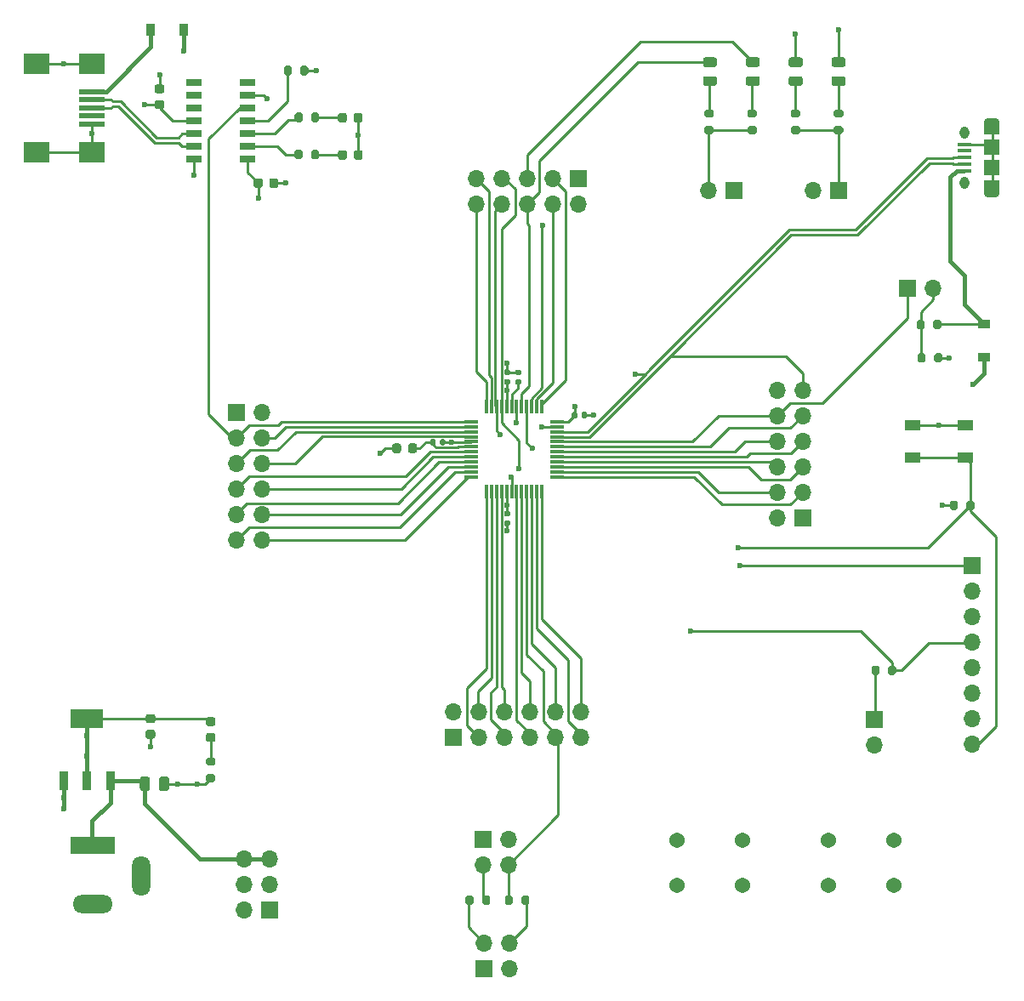
<source format=gtl>
G04 #@! TF.GenerationSoftware,KiCad,Pcbnew,(5.1.10)-1*
G04 #@! TF.CreationDate,2022-01-02T12:56:15-07:00*
G04 #@! TF.ProjectId,SAMD21,53414d44-3231-42e6-9b69-6361645f7063,rev?*
G04 #@! TF.SameCoordinates,Original*
G04 #@! TF.FileFunction,Copper,L1,Top*
G04 #@! TF.FilePolarity,Positive*
%FSLAX46Y46*%
G04 Gerber Fmt 4.6, Leading zero omitted, Abs format (unit mm)*
G04 Created by KiCad (PCBNEW (5.1.10)-1) date 2022-01-02 12:56:15*
%MOMM*%
%LPD*%
G01*
G04 APERTURE LIST*
G04 #@! TA.AperFunction,ComponentPad*
%ADD10O,1.550000X0.890000*%
G04 #@! TD*
G04 #@! TA.AperFunction,SMDPad,CuDef*
%ADD11R,1.550000X1.200000*%
G04 #@! TD*
G04 #@! TA.AperFunction,SMDPad,CuDef*
%ADD12R,1.550000X1.500000*%
G04 #@! TD*
G04 #@! TA.AperFunction,ComponentPad*
%ADD13O,0.950000X1.250000*%
G04 #@! TD*
G04 #@! TA.AperFunction,SMDPad,CuDef*
%ADD14R,1.350000X0.400000*%
G04 #@! TD*
G04 #@! TA.AperFunction,ComponentPad*
%ADD15R,4.400000X1.800000*%
G04 #@! TD*
G04 #@! TA.AperFunction,ComponentPad*
%ADD16O,4.000000X1.800000*%
G04 #@! TD*
G04 #@! TA.AperFunction,ComponentPad*
%ADD17O,1.800000X4.000000*%
G04 #@! TD*
G04 #@! TA.AperFunction,ComponentPad*
%ADD18O,1.700000X1.700000*%
G04 #@! TD*
G04 #@! TA.AperFunction,ComponentPad*
%ADD19R,1.700000X1.700000*%
G04 #@! TD*
G04 #@! TA.AperFunction,ComponentPad*
%ADD20C,1.540000*%
G04 #@! TD*
G04 #@! TA.AperFunction,SMDPad,CuDef*
%ADD21R,1.550000X1.000000*%
G04 #@! TD*
G04 #@! TA.AperFunction,SMDPad,CuDef*
%ADD22R,2.500000X0.500000*%
G04 #@! TD*
G04 #@! TA.AperFunction,SMDPad,CuDef*
%ADD23R,2.500000X2.000000*%
G04 #@! TD*
G04 #@! TA.AperFunction,SMDPad,CuDef*
%ADD24R,1.500000X0.650000*%
G04 #@! TD*
G04 #@! TA.AperFunction,SMDPad,CuDef*
%ADD25R,3.200000X1.850000*%
G04 #@! TD*
G04 #@! TA.AperFunction,SMDPad,CuDef*
%ADD26R,0.900000X1.850000*%
G04 #@! TD*
G04 #@! TA.AperFunction,SMDPad,CuDef*
%ADD27R,0.300000X1.475000*%
G04 #@! TD*
G04 #@! TA.AperFunction,SMDPad,CuDef*
%ADD28R,1.475000X0.300000*%
G04 #@! TD*
G04 #@! TA.AperFunction,SMDPad,CuDef*
%ADD29R,0.900000X1.200000*%
G04 #@! TD*
G04 #@! TA.AperFunction,SMDPad,CuDef*
%ADD30R,1.200000X0.900000*%
G04 #@! TD*
G04 #@! TA.AperFunction,ViaPad*
%ADD31C,0.600000*%
G04 #@! TD*
G04 #@! TA.AperFunction,Conductor*
%ADD32C,0.400000*%
G04 #@! TD*
G04 #@! TA.AperFunction,Conductor*
%ADD33C,0.250000*%
G04 #@! TD*
G04 APERTURE END LIST*
D10*
X162550000Y-52450000D03*
X162550000Y-59450000D03*
D11*
X162550000Y-53050000D03*
X162550000Y-58850000D03*
D12*
X162550000Y-54950000D03*
X162550000Y-56950000D03*
D13*
X159850000Y-53450000D03*
X159850000Y-58450000D03*
D14*
X159850000Y-54650000D03*
X159850000Y-55300000D03*
X159850000Y-55950000D03*
X159850000Y-56600000D03*
X159850000Y-57250000D03*
D15*
X73050000Y-124450000D03*
D16*
X73050000Y-130250000D03*
D17*
X77850000Y-127450000D03*
G04 #@! TA.AperFunction,SMDPad,CuDef*
G36*
G01*
X147756250Y-46950000D02*
X146843750Y-46950000D01*
G75*
G02*
X146600000Y-46706250I0J243750D01*
G01*
X146600000Y-46218750D01*
G75*
G02*
X146843750Y-45975000I243750J0D01*
G01*
X147756250Y-45975000D01*
G75*
G02*
X148000000Y-46218750I0J-243750D01*
G01*
X148000000Y-46706250D01*
G75*
G02*
X147756250Y-46950000I-243750J0D01*
G01*
G37*
G04 #@! TD.AperFunction*
G04 #@! TA.AperFunction,SMDPad,CuDef*
G36*
G01*
X147756250Y-48825000D02*
X146843750Y-48825000D01*
G75*
G02*
X146600000Y-48581250I0J243750D01*
G01*
X146600000Y-48093750D01*
G75*
G02*
X146843750Y-47850000I243750J0D01*
G01*
X147756250Y-47850000D01*
G75*
G02*
X148000000Y-48093750I0J-243750D01*
G01*
X148000000Y-48581250D01*
G75*
G02*
X147756250Y-48825000I-243750J0D01*
G01*
G37*
G04 #@! TD.AperFunction*
G04 #@! TA.AperFunction,SMDPad,CuDef*
G36*
G01*
X143489582Y-46950000D02*
X142577082Y-46950000D01*
G75*
G02*
X142333332Y-46706250I0J243750D01*
G01*
X142333332Y-46218750D01*
G75*
G02*
X142577082Y-45975000I243750J0D01*
G01*
X143489582Y-45975000D01*
G75*
G02*
X143733332Y-46218750I0J-243750D01*
G01*
X143733332Y-46706250D01*
G75*
G02*
X143489582Y-46950000I-243750J0D01*
G01*
G37*
G04 #@! TD.AperFunction*
G04 #@! TA.AperFunction,SMDPad,CuDef*
G36*
G01*
X143489582Y-48825000D02*
X142577082Y-48825000D01*
G75*
G02*
X142333332Y-48581250I0J243750D01*
G01*
X142333332Y-48093750D01*
G75*
G02*
X142577082Y-47850000I243750J0D01*
G01*
X143489582Y-47850000D01*
G75*
G02*
X143733332Y-48093750I0J-243750D01*
G01*
X143733332Y-48581250D01*
G75*
G02*
X143489582Y-48825000I-243750J0D01*
G01*
G37*
G04 #@! TD.AperFunction*
G04 #@! TA.AperFunction,SMDPad,CuDef*
G36*
G01*
X139222916Y-46950000D02*
X138310416Y-46950000D01*
G75*
G02*
X138066666Y-46706250I0J243750D01*
G01*
X138066666Y-46218750D01*
G75*
G02*
X138310416Y-45975000I243750J0D01*
G01*
X139222916Y-45975000D01*
G75*
G02*
X139466666Y-46218750I0J-243750D01*
G01*
X139466666Y-46706250D01*
G75*
G02*
X139222916Y-46950000I-243750J0D01*
G01*
G37*
G04 #@! TD.AperFunction*
G04 #@! TA.AperFunction,SMDPad,CuDef*
G36*
G01*
X139222916Y-48825000D02*
X138310416Y-48825000D01*
G75*
G02*
X138066666Y-48581250I0J243750D01*
G01*
X138066666Y-48093750D01*
G75*
G02*
X138310416Y-47850000I243750J0D01*
G01*
X139222916Y-47850000D01*
G75*
G02*
X139466666Y-48093750I0J-243750D01*
G01*
X139466666Y-48581250D01*
G75*
G02*
X139222916Y-48825000I-243750J0D01*
G01*
G37*
G04 #@! TD.AperFunction*
G04 #@! TA.AperFunction,SMDPad,CuDef*
G36*
G01*
X134956250Y-46950000D02*
X134043750Y-46950000D01*
G75*
G02*
X133800000Y-46706250I0J243750D01*
G01*
X133800000Y-46218750D01*
G75*
G02*
X134043750Y-45975000I243750J0D01*
G01*
X134956250Y-45975000D01*
G75*
G02*
X135200000Y-46218750I0J-243750D01*
G01*
X135200000Y-46706250D01*
G75*
G02*
X134956250Y-46950000I-243750J0D01*
G01*
G37*
G04 #@! TD.AperFunction*
G04 #@! TA.AperFunction,SMDPad,CuDef*
G36*
G01*
X134956250Y-48825000D02*
X134043750Y-48825000D01*
G75*
G02*
X133800000Y-48581250I0J243750D01*
G01*
X133800000Y-48093750D01*
G75*
G02*
X134043750Y-47850000I243750J0D01*
G01*
X134956250Y-47850000D01*
G75*
G02*
X135200000Y-48093750I0J-243750D01*
G01*
X135200000Y-48581250D01*
G75*
G02*
X134956250Y-48825000I-243750J0D01*
G01*
G37*
G04 #@! TD.AperFunction*
D18*
X88160000Y-125820000D03*
X90700000Y-125820000D03*
X88160000Y-128360000D03*
X90700000Y-128360000D03*
X88160000Y-130900000D03*
D19*
X90700000Y-130900000D03*
D18*
X141200000Y-79120000D03*
X143740000Y-79120000D03*
X141200000Y-81660000D03*
X143740000Y-81660000D03*
X141200000Y-84200000D03*
X143740000Y-84200000D03*
X141200000Y-86740000D03*
X143740000Y-86740000D03*
X141200000Y-89280000D03*
X143740000Y-89280000D03*
X141200000Y-91820000D03*
D19*
X143740000Y-91820000D03*
D20*
X137700000Y-128400000D03*
X131200000Y-128400000D03*
X137700000Y-123900000D03*
X131200000Y-123900000D03*
X152800000Y-128400000D03*
X146300000Y-128400000D03*
X152800000Y-123900000D03*
X146300000Y-123900000D03*
D21*
X154675000Y-82600000D03*
X159925000Y-82600000D03*
X154675000Y-85800000D03*
X159925000Y-85800000D03*
G04 #@! TA.AperFunction,SMDPad,CuDef*
G36*
G01*
X152225000Y-107275000D02*
X152225000Y-106725000D01*
G75*
G02*
X152425000Y-106525000I200000J0D01*
G01*
X152825000Y-106525000D01*
G75*
G02*
X153025000Y-106725000I0J-200000D01*
G01*
X153025000Y-107275000D01*
G75*
G02*
X152825000Y-107475000I-200000J0D01*
G01*
X152425000Y-107475000D01*
G75*
G02*
X152225000Y-107275000I0J200000D01*
G01*
G37*
G04 #@! TD.AperFunction*
G04 #@! TA.AperFunction,SMDPad,CuDef*
G36*
G01*
X150575000Y-107275000D02*
X150575000Y-106725000D01*
G75*
G02*
X150775000Y-106525000I200000J0D01*
G01*
X151175000Y-106525000D01*
G75*
G02*
X151375000Y-106725000I0J-200000D01*
G01*
X151375000Y-107275000D01*
G75*
G02*
X151175000Y-107475000I-200000J0D01*
G01*
X150775000Y-107475000D01*
G75*
G02*
X150575000Y-107275000I0J200000D01*
G01*
G37*
G04 #@! TD.AperFunction*
G04 #@! TA.AperFunction,SMDPad,CuDef*
G36*
G01*
X110975000Y-129625000D02*
X110975000Y-130175000D01*
G75*
G02*
X110775000Y-130375000I-200000J0D01*
G01*
X110375000Y-130375000D01*
G75*
G02*
X110175000Y-130175000I0J200000D01*
G01*
X110175000Y-129625000D01*
G75*
G02*
X110375000Y-129425000I200000J0D01*
G01*
X110775000Y-129425000D01*
G75*
G02*
X110975000Y-129625000I0J-200000D01*
G01*
G37*
G04 #@! TD.AperFunction*
G04 #@! TA.AperFunction,SMDPad,CuDef*
G36*
G01*
X112625000Y-129625000D02*
X112625000Y-130175000D01*
G75*
G02*
X112425000Y-130375000I-200000J0D01*
G01*
X112025000Y-130375000D01*
G75*
G02*
X111825000Y-130175000I0J200000D01*
G01*
X111825000Y-129625000D01*
G75*
G02*
X112025000Y-129425000I200000J0D01*
G01*
X112425000Y-129425000D01*
G75*
G02*
X112625000Y-129625000I0J-200000D01*
G01*
G37*
G04 #@! TD.AperFunction*
G04 #@! TA.AperFunction,SMDPad,CuDef*
G36*
G01*
X94800000Y-52235000D02*
X94800000Y-51685000D01*
G75*
G02*
X95000000Y-51485000I200000J0D01*
G01*
X95400000Y-51485000D01*
G75*
G02*
X95600000Y-51685000I0J-200000D01*
G01*
X95600000Y-52235000D01*
G75*
G02*
X95400000Y-52435000I-200000J0D01*
G01*
X95000000Y-52435000D01*
G75*
G02*
X94800000Y-52235000I0J200000D01*
G01*
G37*
G04 #@! TD.AperFunction*
G04 #@! TA.AperFunction,SMDPad,CuDef*
G36*
G01*
X93150000Y-52235000D02*
X93150000Y-51685000D01*
G75*
G02*
X93350000Y-51485000I200000J0D01*
G01*
X93750000Y-51485000D01*
G75*
G02*
X93950000Y-51685000I0J-200000D01*
G01*
X93950000Y-52235000D01*
G75*
G02*
X93750000Y-52435000I-200000J0D01*
G01*
X93350000Y-52435000D01*
G75*
G02*
X93150000Y-52235000I0J200000D01*
G01*
G37*
G04 #@! TD.AperFunction*
G04 #@! TA.AperFunction,SMDPad,CuDef*
G36*
G01*
X94800000Y-55935000D02*
X94800000Y-55385000D01*
G75*
G02*
X95000000Y-55185000I200000J0D01*
G01*
X95400000Y-55185000D01*
G75*
G02*
X95600000Y-55385000I0J-200000D01*
G01*
X95600000Y-55935000D01*
G75*
G02*
X95400000Y-56135000I-200000J0D01*
G01*
X95000000Y-56135000D01*
G75*
G02*
X94800000Y-55935000I0J200000D01*
G01*
G37*
G04 #@! TD.AperFunction*
G04 #@! TA.AperFunction,SMDPad,CuDef*
G36*
G01*
X93150000Y-55935000D02*
X93150000Y-55385000D01*
G75*
G02*
X93350000Y-55185000I200000J0D01*
G01*
X93750000Y-55185000D01*
G75*
G02*
X93950000Y-55385000I0J-200000D01*
G01*
X93950000Y-55935000D01*
G75*
G02*
X93750000Y-56135000I-200000J0D01*
G01*
X93350000Y-56135000D01*
G75*
G02*
X93150000Y-55935000I0J200000D01*
G01*
G37*
G04 #@! TD.AperFunction*
G04 #@! TA.AperFunction,SMDPad,CuDef*
G36*
G01*
X115725000Y-130175000D02*
X115725000Y-129625000D01*
G75*
G02*
X115925000Y-129425000I200000J0D01*
G01*
X116325000Y-129425000D01*
G75*
G02*
X116525000Y-129625000I0J-200000D01*
G01*
X116525000Y-130175000D01*
G75*
G02*
X116325000Y-130375000I-200000J0D01*
G01*
X115925000Y-130375000D01*
G75*
G02*
X115725000Y-130175000I0J200000D01*
G01*
G37*
G04 #@! TD.AperFunction*
G04 #@! TA.AperFunction,SMDPad,CuDef*
G36*
G01*
X114075000Y-130175000D02*
X114075000Y-129625000D01*
G75*
G02*
X114275000Y-129425000I200000J0D01*
G01*
X114675000Y-129425000D01*
G75*
G02*
X114875000Y-129625000I0J-200000D01*
G01*
X114875000Y-130175000D01*
G75*
G02*
X114675000Y-130375000I-200000J0D01*
G01*
X114275000Y-130375000D01*
G75*
G02*
X114075000Y-130175000I0J200000D01*
G01*
G37*
G04 #@! TD.AperFunction*
G04 #@! TA.AperFunction,SMDPad,CuDef*
G36*
G01*
X92875000Y-47025000D02*
X92875000Y-47575000D01*
G75*
G02*
X92675000Y-47775000I-200000J0D01*
G01*
X92275000Y-47775000D01*
G75*
G02*
X92075000Y-47575000I0J200000D01*
G01*
X92075000Y-47025000D01*
G75*
G02*
X92275000Y-46825000I200000J0D01*
G01*
X92675000Y-46825000D01*
G75*
G02*
X92875000Y-47025000I0J-200000D01*
G01*
G37*
G04 #@! TD.AperFunction*
G04 #@! TA.AperFunction,SMDPad,CuDef*
G36*
G01*
X94525000Y-47025000D02*
X94525000Y-47575000D01*
G75*
G02*
X94325000Y-47775000I-200000J0D01*
G01*
X93925000Y-47775000D01*
G75*
G02*
X93725000Y-47575000I0J200000D01*
G01*
X93725000Y-47025000D01*
G75*
G02*
X93925000Y-46825000I200000J0D01*
G01*
X94325000Y-46825000D01*
G75*
G02*
X94525000Y-47025000I0J-200000D01*
G01*
G37*
G04 #@! TD.AperFunction*
G04 #@! TA.AperFunction,SMDPad,CuDef*
G36*
G01*
X147025000Y-52825000D02*
X147575000Y-52825000D01*
G75*
G02*
X147775000Y-53025000I0J-200000D01*
G01*
X147775000Y-53425000D01*
G75*
G02*
X147575000Y-53625000I-200000J0D01*
G01*
X147025000Y-53625000D01*
G75*
G02*
X146825000Y-53425000I0J200000D01*
G01*
X146825000Y-53025000D01*
G75*
G02*
X147025000Y-52825000I200000J0D01*
G01*
G37*
G04 #@! TD.AperFunction*
G04 #@! TA.AperFunction,SMDPad,CuDef*
G36*
G01*
X147025000Y-51175000D02*
X147575000Y-51175000D01*
G75*
G02*
X147775000Y-51375000I0J-200000D01*
G01*
X147775000Y-51775000D01*
G75*
G02*
X147575000Y-51975000I-200000J0D01*
G01*
X147025000Y-51975000D01*
G75*
G02*
X146825000Y-51775000I0J200000D01*
G01*
X146825000Y-51375000D01*
G75*
G02*
X147025000Y-51175000I200000J0D01*
G01*
G37*
G04 #@! TD.AperFunction*
G04 #@! TA.AperFunction,SMDPad,CuDef*
G36*
G01*
X142725000Y-52825000D02*
X143275000Y-52825000D01*
G75*
G02*
X143475000Y-53025000I0J-200000D01*
G01*
X143475000Y-53425000D01*
G75*
G02*
X143275000Y-53625000I-200000J0D01*
G01*
X142725000Y-53625000D01*
G75*
G02*
X142525000Y-53425000I0J200000D01*
G01*
X142525000Y-53025000D01*
G75*
G02*
X142725000Y-52825000I200000J0D01*
G01*
G37*
G04 #@! TD.AperFunction*
G04 #@! TA.AperFunction,SMDPad,CuDef*
G36*
G01*
X142725000Y-51175000D02*
X143275000Y-51175000D01*
G75*
G02*
X143475000Y-51375000I0J-200000D01*
G01*
X143475000Y-51775000D01*
G75*
G02*
X143275000Y-51975000I-200000J0D01*
G01*
X142725000Y-51975000D01*
G75*
G02*
X142525000Y-51775000I0J200000D01*
G01*
X142525000Y-51375000D01*
G75*
G02*
X142725000Y-51175000I200000J0D01*
G01*
G37*
G04 #@! TD.AperFunction*
G04 #@! TA.AperFunction,SMDPad,CuDef*
G36*
G01*
X138425000Y-52825000D02*
X138975000Y-52825000D01*
G75*
G02*
X139175000Y-53025000I0J-200000D01*
G01*
X139175000Y-53425000D01*
G75*
G02*
X138975000Y-53625000I-200000J0D01*
G01*
X138425000Y-53625000D01*
G75*
G02*
X138225000Y-53425000I0J200000D01*
G01*
X138225000Y-53025000D01*
G75*
G02*
X138425000Y-52825000I200000J0D01*
G01*
G37*
G04 #@! TD.AperFunction*
G04 #@! TA.AperFunction,SMDPad,CuDef*
G36*
G01*
X138425000Y-51175000D02*
X138975000Y-51175000D01*
G75*
G02*
X139175000Y-51375000I0J-200000D01*
G01*
X139175000Y-51775000D01*
G75*
G02*
X138975000Y-51975000I-200000J0D01*
G01*
X138425000Y-51975000D01*
G75*
G02*
X138225000Y-51775000I0J200000D01*
G01*
X138225000Y-51375000D01*
G75*
G02*
X138425000Y-51175000I200000J0D01*
G01*
G37*
G04 #@! TD.AperFunction*
G04 #@! TA.AperFunction,SMDPad,CuDef*
G36*
G01*
X134125000Y-52825000D02*
X134675000Y-52825000D01*
G75*
G02*
X134875000Y-53025000I0J-200000D01*
G01*
X134875000Y-53425000D01*
G75*
G02*
X134675000Y-53625000I-200000J0D01*
G01*
X134125000Y-53625000D01*
G75*
G02*
X133925000Y-53425000I0J200000D01*
G01*
X133925000Y-53025000D01*
G75*
G02*
X134125000Y-52825000I200000J0D01*
G01*
G37*
G04 #@! TD.AperFunction*
G04 #@! TA.AperFunction,SMDPad,CuDef*
G36*
G01*
X134125000Y-51175000D02*
X134675000Y-51175000D01*
G75*
G02*
X134875000Y-51375000I0J-200000D01*
G01*
X134875000Y-51775000D01*
G75*
G02*
X134675000Y-51975000I-200000J0D01*
G01*
X134125000Y-51975000D01*
G75*
G02*
X133925000Y-51775000I0J200000D01*
G01*
X133925000Y-51375000D01*
G75*
G02*
X134125000Y-51175000I200000J0D01*
G01*
G37*
G04 #@! TD.AperFunction*
G04 #@! TA.AperFunction,SMDPad,CuDef*
G36*
G01*
X156825000Y-76175000D02*
X156825000Y-75625000D01*
G75*
G02*
X157025000Y-75425000I200000J0D01*
G01*
X157425000Y-75425000D01*
G75*
G02*
X157625000Y-75625000I0J-200000D01*
G01*
X157625000Y-76175000D01*
G75*
G02*
X157425000Y-76375000I-200000J0D01*
G01*
X157025000Y-76375000D01*
G75*
G02*
X156825000Y-76175000I0J200000D01*
G01*
G37*
G04 #@! TD.AperFunction*
G04 #@! TA.AperFunction,SMDPad,CuDef*
G36*
G01*
X155175000Y-76175000D02*
X155175000Y-75625000D01*
G75*
G02*
X155375000Y-75425000I200000J0D01*
G01*
X155775000Y-75425000D01*
G75*
G02*
X155975000Y-75625000I0J-200000D01*
G01*
X155975000Y-76175000D01*
G75*
G02*
X155775000Y-76375000I-200000J0D01*
G01*
X155375000Y-76375000D01*
G75*
G02*
X155175000Y-76175000I0J200000D01*
G01*
G37*
G04 #@! TD.AperFunction*
G04 #@! TA.AperFunction,SMDPad,CuDef*
G36*
G01*
X155875000Y-72325000D02*
X155875000Y-72875000D01*
G75*
G02*
X155675000Y-73075000I-200000J0D01*
G01*
X155275000Y-73075000D01*
G75*
G02*
X155075000Y-72875000I0J200000D01*
G01*
X155075000Y-72325000D01*
G75*
G02*
X155275000Y-72125000I200000J0D01*
G01*
X155675000Y-72125000D01*
G75*
G02*
X155875000Y-72325000I0J-200000D01*
G01*
G37*
G04 #@! TD.AperFunction*
G04 #@! TA.AperFunction,SMDPad,CuDef*
G36*
G01*
X157525000Y-72325000D02*
X157525000Y-72875000D01*
G75*
G02*
X157325000Y-73075000I-200000J0D01*
G01*
X156925000Y-73075000D01*
G75*
G02*
X156725000Y-72875000I0J200000D01*
G01*
X156725000Y-72325000D01*
G75*
G02*
X156925000Y-72125000I200000J0D01*
G01*
X157325000Y-72125000D01*
G75*
G02*
X157525000Y-72325000I0J-200000D01*
G01*
G37*
G04 #@! TD.AperFunction*
G04 #@! TA.AperFunction,SMDPad,CuDef*
G36*
G01*
X84525000Y-117325000D02*
X85075000Y-117325000D01*
G75*
G02*
X85275000Y-117525000I0J-200000D01*
G01*
X85275000Y-117925000D01*
G75*
G02*
X85075000Y-118125000I-200000J0D01*
G01*
X84525000Y-118125000D01*
G75*
G02*
X84325000Y-117925000I0J200000D01*
G01*
X84325000Y-117525000D01*
G75*
G02*
X84525000Y-117325000I200000J0D01*
G01*
G37*
G04 #@! TD.AperFunction*
G04 #@! TA.AperFunction,SMDPad,CuDef*
G36*
G01*
X84525000Y-115675000D02*
X85075000Y-115675000D01*
G75*
G02*
X85275000Y-115875000I0J-200000D01*
G01*
X85275000Y-116275000D01*
G75*
G02*
X85075000Y-116475000I-200000J0D01*
G01*
X84525000Y-116475000D01*
G75*
G02*
X84325000Y-116275000I0J200000D01*
G01*
X84325000Y-115875000D01*
G75*
G02*
X84525000Y-115675000I200000J0D01*
G01*
G37*
G04 #@! TD.AperFunction*
G04 #@! TA.AperFunction,SMDPad,CuDef*
G36*
G01*
X160025000Y-90875000D02*
X160025000Y-90325000D01*
G75*
G02*
X160225000Y-90125000I200000J0D01*
G01*
X160625000Y-90125000D01*
G75*
G02*
X160825000Y-90325000I0J-200000D01*
G01*
X160825000Y-90875000D01*
G75*
G02*
X160625000Y-91075000I-200000J0D01*
G01*
X160225000Y-91075000D01*
G75*
G02*
X160025000Y-90875000I0J200000D01*
G01*
G37*
G04 #@! TD.AperFunction*
G04 #@! TA.AperFunction,SMDPad,CuDef*
G36*
G01*
X158375000Y-90875000D02*
X158375000Y-90325000D01*
G75*
G02*
X158575000Y-90125000I200000J0D01*
G01*
X158975000Y-90125000D01*
G75*
G02*
X159175000Y-90325000I0J-200000D01*
G01*
X159175000Y-90875000D01*
G75*
G02*
X158975000Y-91075000I-200000J0D01*
G01*
X158575000Y-91075000D01*
G75*
G02*
X158375000Y-90875000I0J200000D01*
G01*
G37*
G04 #@! TD.AperFunction*
G04 #@! TA.AperFunction,SMDPad,CuDef*
G36*
G01*
X103750000Y-84643750D02*
X103750000Y-85156250D01*
G75*
G02*
X103531250Y-85375000I-218750J0D01*
G01*
X103093750Y-85375000D01*
G75*
G02*
X102875000Y-85156250I0J218750D01*
G01*
X102875000Y-84643750D01*
G75*
G02*
X103093750Y-84425000I218750J0D01*
G01*
X103531250Y-84425000D01*
G75*
G02*
X103750000Y-84643750I0J-218750D01*
G01*
G37*
G04 #@! TD.AperFunction*
G04 #@! TA.AperFunction,SMDPad,CuDef*
G36*
G01*
X105325000Y-84643750D02*
X105325000Y-85156250D01*
G75*
G02*
X105106250Y-85375000I-218750J0D01*
G01*
X104668750Y-85375000D01*
G75*
G02*
X104450000Y-85156250I0J218750D01*
G01*
X104450000Y-84643750D01*
G75*
G02*
X104668750Y-84425000I218750J0D01*
G01*
X105106250Y-84425000D01*
G75*
G02*
X105325000Y-84643750I0J-218750D01*
G01*
G37*
G04 #@! TD.AperFunction*
D18*
X160600000Y-114380000D03*
X160600000Y-111840000D03*
X160600000Y-109300000D03*
X160600000Y-106760000D03*
X160600000Y-104220000D03*
X160600000Y-101680000D03*
X160600000Y-99140000D03*
D19*
X160600000Y-96600000D03*
D18*
X111240000Y-60600000D03*
X111240000Y-58060000D03*
X113780000Y-60600000D03*
X113780000Y-58060000D03*
X116320000Y-60600000D03*
X116320000Y-58060000D03*
X118860000Y-60600000D03*
X118860000Y-58060000D03*
X121400000Y-60600000D03*
D19*
X121400000Y-58060000D03*
D18*
X150900000Y-114400000D03*
D19*
X150900000Y-111860000D03*
D18*
X121640000Y-111100000D03*
X121640000Y-113640000D03*
X119100000Y-111100000D03*
X119100000Y-113640000D03*
X116560000Y-111100000D03*
X116560000Y-113640000D03*
X114020000Y-111100000D03*
X114020000Y-113640000D03*
X111480000Y-111100000D03*
X111480000Y-113640000D03*
X108940000Y-111100000D03*
D19*
X108940000Y-113640000D03*
D18*
X89940000Y-94000000D03*
X87400000Y-94000000D03*
X89940000Y-91460000D03*
X87400000Y-91460000D03*
X89940000Y-88920000D03*
X87400000Y-88920000D03*
X89940000Y-86380000D03*
X87400000Y-86380000D03*
X89940000Y-83840000D03*
X87400000Y-83840000D03*
X89940000Y-81300000D03*
D19*
X87400000Y-81300000D03*
D18*
X114540000Y-134160000D03*
X114540000Y-136700000D03*
X112000000Y-134160000D03*
D19*
X112000000Y-136700000D03*
D18*
X114440000Y-126340000D03*
X111900000Y-126340000D03*
X114440000Y-123800000D03*
D19*
X111900000Y-123800000D03*
D18*
X144760000Y-59200000D03*
D19*
X147300000Y-59200000D03*
D22*
X73000000Y-52600000D03*
X73000000Y-51800000D03*
X73000000Y-51000000D03*
X73000000Y-50200000D03*
X73000000Y-49400000D03*
D23*
X73000000Y-55400000D03*
X73000000Y-46600000D03*
X67500000Y-55400000D03*
X67500000Y-46600000D03*
D18*
X134360000Y-59200000D03*
D19*
X136900000Y-59200000D03*
D18*
X156740000Y-69000000D03*
D19*
X154200000Y-69000000D03*
D24*
X83100000Y-56110000D03*
X83100000Y-54840000D03*
X83100000Y-53570000D03*
X83100000Y-52300000D03*
X83100000Y-51030000D03*
X83100000Y-49760000D03*
X83100000Y-48490000D03*
X88500000Y-48490000D03*
X88500000Y-49760000D03*
X88500000Y-51030000D03*
X88500000Y-52300000D03*
X88500000Y-53570000D03*
X88500000Y-54840000D03*
X88500000Y-56110000D03*
D25*
X72500000Y-111800000D03*
D26*
X74800000Y-118000000D03*
X72500000Y-118000000D03*
X70200000Y-118000000D03*
D27*
X112250000Y-80762000D03*
X112750000Y-80762000D03*
X113250000Y-80762000D03*
X113750000Y-80762000D03*
X114250000Y-80762000D03*
X114750000Y-80762000D03*
X115250000Y-80762000D03*
X115750000Y-80762000D03*
X116250000Y-80762000D03*
X116750000Y-80762000D03*
X117250000Y-80762000D03*
X117750000Y-80762000D03*
D28*
X119238000Y-82250000D03*
X119238000Y-82750000D03*
X119238000Y-83250000D03*
X119238000Y-83750000D03*
X119238000Y-84250000D03*
X119238000Y-84750000D03*
X119238000Y-85250000D03*
X119238000Y-85750000D03*
X119238000Y-86250000D03*
X119238000Y-86750000D03*
X119238000Y-87250000D03*
X119238000Y-87750000D03*
D27*
X117750000Y-89238000D03*
X117250000Y-89238000D03*
X116750000Y-89238000D03*
X116250000Y-89238000D03*
X115750000Y-89238000D03*
X115250000Y-89238000D03*
X114750000Y-89238000D03*
X114250000Y-89238000D03*
X113750000Y-89238000D03*
X113250000Y-89238000D03*
X112750000Y-89238000D03*
X112250000Y-89238000D03*
D28*
X110762000Y-87750000D03*
X110762000Y-87250000D03*
X110762000Y-86750000D03*
X110762000Y-86250000D03*
X110762000Y-85750000D03*
X110762000Y-85250000D03*
X110762000Y-84750000D03*
X110762000Y-84250000D03*
X110762000Y-83750000D03*
X110762000Y-83250000D03*
X110762000Y-82750000D03*
X110762000Y-82250000D03*
G04 #@! TA.AperFunction,SMDPad,CuDef*
G36*
G01*
X99050000Y-52256250D02*
X99050000Y-51743750D01*
G75*
G02*
X99268750Y-51525000I218750J0D01*
G01*
X99706250Y-51525000D01*
G75*
G02*
X99925000Y-51743750I0J-218750D01*
G01*
X99925000Y-52256250D01*
G75*
G02*
X99706250Y-52475000I-218750J0D01*
G01*
X99268750Y-52475000D01*
G75*
G02*
X99050000Y-52256250I0J218750D01*
G01*
G37*
G04 #@! TD.AperFunction*
G04 #@! TA.AperFunction,SMDPad,CuDef*
G36*
G01*
X97475000Y-52256250D02*
X97475000Y-51743750D01*
G75*
G02*
X97693750Y-51525000I218750J0D01*
G01*
X98131250Y-51525000D01*
G75*
G02*
X98350000Y-51743750I0J-218750D01*
G01*
X98350000Y-52256250D01*
G75*
G02*
X98131250Y-52475000I-218750J0D01*
G01*
X97693750Y-52475000D01*
G75*
G02*
X97475000Y-52256250I0J218750D01*
G01*
G37*
G04 #@! TD.AperFunction*
G04 #@! TA.AperFunction,SMDPad,CuDef*
G36*
G01*
X99050000Y-55956250D02*
X99050000Y-55443750D01*
G75*
G02*
X99268750Y-55225000I218750J0D01*
G01*
X99706250Y-55225000D01*
G75*
G02*
X99925000Y-55443750I0J-218750D01*
G01*
X99925000Y-55956250D01*
G75*
G02*
X99706250Y-56175000I-218750J0D01*
G01*
X99268750Y-56175000D01*
G75*
G02*
X99050000Y-55956250I0J218750D01*
G01*
G37*
G04 #@! TD.AperFunction*
G04 #@! TA.AperFunction,SMDPad,CuDef*
G36*
G01*
X97475000Y-55956250D02*
X97475000Y-55443750D01*
G75*
G02*
X97693750Y-55225000I218750J0D01*
G01*
X98131250Y-55225000D01*
G75*
G02*
X98350000Y-55443750I0J-218750D01*
G01*
X98350000Y-55956250D01*
G75*
G02*
X98131250Y-56175000I-218750J0D01*
G01*
X97693750Y-56175000D01*
G75*
G02*
X97475000Y-55956250I0J218750D01*
G01*
G37*
G04 #@! TD.AperFunction*
D29*
X78850000Y-43200000D03*
X82150000Y-43200000D03*
D30*
X161800000Y-72550000D03*
X161800000Y-75850000D03*
G04 #@! TA.AperFunction,SMDPad,CuDef*
G36*
G01*
X85056250Y-112550000D02*
X84543750Y-112550000D01*
G75*
G02*
X84325000Y-112331250I0J218750D01*
G01*
X84325000Y-111893750D01*
G75*
G02*
X84543750Y-111675000I218750J0D01*
G01*
X85056250Y-111675000D01*
G75*
G02*
X85275000Y-111893750I0J-218750D01*
G01*
X85275000Y-112331250D01*
G75*
G02*
X85056250Y-112550000I-218750J0D01*
G01*
G37*
G04 #@! TD.AperFunction*
G04 #@! TA.AperFunction,SMDPad,CuDef*
G36*
G01*
X85056250Y-114125000D02*
X84543750Y-114125000D01*
G75*
G02*
X84325000Y-113906250I0J218750D01*
G01*
X84325000Y-113468750D01*
G75*
G02*
X84543750Y-113250000I218750J0D01*
G01*
X85056250Y-113250000D01*
G75*
G02*
X85275000Y-113468750I0J-218750D01*
G01*
X85275000Y-113906250D01*
G75*
G02*
X85056250Y-114125000I-218750J0D01*
G01*
G37*
G04 #@! TD.AperFunction*
G04 #@! TA.AperFunction,SMDPad,CuDef*
G36*
G01*
X90625000Y-58750000D02*
X90625000Y-58250000D01*
G75*
G02*
X90850000Y-58025000I225000J0D01*
G01*
X91300000Y-58025000D01*
G75*
G02*
X91525000Y-58250000I0J-225000D01*
G01*
X91525000Y-58750000D01*
G75*
G02*
X91300000Y-58975000I-225000J0D01*
G01*
X90850000Y-58975000D01*
G75*
G02*
X90625000Y-58750000I0J225000D01*
G01*
G37*
G04 #@! TD.AperFunction*
G04 #@! TA.AperFunction,SMDPad,CuDef*
G36*
G01*
X89075000Y-58750000D02*
X89075000Y-58250000D01*
G75*
G02*
X89300000Y-58025000I225000J0D01*
G01*
X89750000Y-58025000D01*
G75*
G02*
X89975000Y-58250000I0J-225000D01*
G01*
X89975000Y-58750000D01*
G75*
G02*
X89750000Y-58975000I-225000J0D01*
G01*
X89300000Y-58975000D01*
G75*
G02*
X89075000Y-58750000I0J225000D01*
G01*
G37*
G04 #@! TD.AperFunction*
G04 #@! TA.AperFunction,SMDPad,CuDef*
G36*
G01*
X79450000Y-50225000D02*
X79950000Y-50225000D01*
G75*
G02*
X80175000Y-50450000I0J-225000D01*
G01*
X80175000Y-50900000D01*
G75*
G02*
X79950000Y-51125000I-225000J0D01*
G01*
X79450000Y-51125000D01*
G75*
G02*
X79225000Y-50900000I0J225000D01*
G01*
X79225000Y-50450000D01*
G75*
G02*
X79450000Y-50225000I225000J0D01*
G01*
G37*
G04 #@! TD.AperFunction*
G04 #@! TA.AperFunction,SMDPad,CuDef*
G36*
G01*
X79450000Y-48675000D02*
X79950000Y-48675000D01*
G75*
G02*
X80175000Y-48900000I0J-225000D01*
G01*
X80175000Y-49350000D01*
G75*
G02*
X79950000Y-49575000I-225000J0D01*
G01*
X79450000Y-49575000D01*
G75*
G02*
X79225000Y-49350000I0J225000D01*
G01*
X79225000Y-48900000D01*
G75*
G02*
X79450000Y-48675000I225000J0D01*
G01*
G37*
G04 #@! TD.AperFunction*
G04 #@! TA.AperFunction,SMDPad,CuDef*
G36*
G01*
X115570000Y-77620000D02*
X115230000Y-77620000D01*
G75*
G02*
X115090000Y-77480000I0J140000D01*
G01*
X115090000Y-77200000D01*
G75*
G02*
X115230000Y-77060000I140000J0D01*
G01*
X115570000Y-77060000D01*
G75*
G02*
X115710000Y-77200000I0J-140000D01*
G01*
X115710000Y-77480000D01*
G75*
G02*
X115570000Y-77620000I-140000J0D01*
G01*
G37*
G04 #@! TD.AperFunction*
G04 #@! TA.AperFunction,SMDPad,CuDef*
G36*
G01*
X115570000Y-78580000D02*
X115230000Y-78580000D01*
G75*
G02*
X115090000Y-78440000I0J140000D01*
G01*
X115090000Y-78160000D01*
G75*
G02*
X115230000Y-78020000I140000J0D01*
G01*
X115570000Y-78020000D01*
G75*
G02*
X115710000Y-78160000I0J-140000D01*
G01*
X115710000Y-78440000D01*
G75*
G02*
X115570000Y-78580000I-140000J0D01*
G01*
G37*
G04 #@! TD.AperFunction*
G04 #@! TA.AperFunction,SMDPad,CuDef*
G36*
G01*
X107600000Y-84470000D02*
X107600000Y-84130000D01*
G75*
G02*
X107740000Y-83990000I140000J0D01*
G01*
X108020000Y-83990000D01*
G75*
G02*
X108160000Y-84130000I0J-140000D01*
G01*
X108160000Y-84470000D01*
G75*
G02*
X108020000Y-84610000I-140000J0D01*
G01*
X107740000Y-84610000D01*
G75*
G02*
X107600000Y-84470000I0J140000D01*
G01*
G37*
G04 #@! TD.AperFunction*
G04 #@! TA.AperFunction,SMDPad,CuDef*
G36*
G01*
X106640000Y-84470000D02*
X106640000Y-84130000D01*
G75*
G02*
X106780000Y-83990000I140000J0D01*
G01*
X107060000Y-83990000D01*
G75*
G02*
X107200000Y-84130000I0J-140000D01*
G01*
X107200000Y-84470000D01*
G75*
G02*
X107060000Y-84610000I-140000J0D01*
G01*
X106780000Y-84610000D01*
G75*
G02*
X106640000Y-84470000I0J140000D01*
G01*
G37*
G04 #@! TD.AperFunction*
G04 #@! TA.AperFunction,SMDPad,CuDef*
G36*
G01*
X78550000Y-112925000D02*
X79050000Y-112925000D01*
G75*
G02*
X79275000Y-113150000I0J-225000D01*
G01*
X79275000Y-113600000D01*
G75*
G02*
X79050000Y-113825000I-225000J0D01*
G01*
X78550000Y-113825000D01*
G75*
G02*
X78325000Y-113600000I0J225000D01*
G01*
X78325000Y-113150000D01*
G75*
G02*
X78550000Y-112925000I225000J0D01*
G01*
G37*
G04 #@! TD.AperFunction*
G04 #@! TA.AperFunction,SMDPad,CuDef*
G36*
G01*
X78550000Y-111375000D02*
X79050000Y-111375000D01*
G75*
G02*
X79275000Y-111600000I0J-225000D01*
G01*
X79275000Y-112050000D01*
G75*
G02*
X79050000Y-112275000I-225000J0D01*
G01*
X78550000Y-112275000D01*
G75*
G02*
X78325000Y-112050000I0J225000D01*
G01*
X78325000Y-111600000D01*
G75*
G02*
X78550000Y-111375000I225000J0D01*
G01*
G37*
G04 #@! TD.AperFunction*
G04 #@! TA.AperFunction,SMDPad,CuDef*
G36*
G01*
X114470000Y-77600000D02*
X114130000Y-77600000D01*
G75*
G02*
X113990000Y-77460000I0J140000D01*
G01*
X113990000Y-77180000D01*
G75*
G02*
X114130000Y-77040000I140000J0D01*
G01*
X114470000Y-77040000D01*
G75*
G02*
X114610000Y-77180000I0J-140000D01*
G01*
X114610000Y-77460000D01*
G75*
G02*
X114470000Y-77600000I-140000J0D01*
G01*
G37*
G04 #@! TD.AperFunction*
G04 #@! TA.AperFunction,SMDPad,CuDef*
G36*
G01*
X114470000Y-78560000D02*
X114130000Y-78560000D01*
G75*
G02*
X113990000Y-78420000I0J140000D01*
G01*
X113990000Y-78140000D01*
G75*
G02*
X114130000Y-78000000I140000J0D01*
G01*
X114470000Y-78000000D01*
G75*
G02*
X114610000Y-78140000I0J-140000D01*
G01*
X114610000Y-78420000D01*
G75*
G02*
X114470000Y-78560000I-140000J0D01*
G01*
G37*
G04 #@! TD.AperFunction*
G04 #@! TA.AperFunction,SMDPad,CuDef*
G36*
G01*
X79650000Y-118775000D02*
X79650000Y-117825000D01*
G75*
G02*
X79900000Y-117575000I250000J0D01*
G01*
X80400000Y-117575000D01*
G75*
G02*
X80650000Y-117825000I0J-250000D01*
G01*
X80650000Y-118775000D01*
G75*
G02*
X80400000Y-119025000I-250000J0D01*
G01*
X79900000Y-119025000D01*
G75*
G02*
X79650000Y-118775000I0J250000D01*
G01*
G37*
G04 #@! TD.AperFunction*
G04 #@! TA.AperFunction,SMDPad,CuDef*
G36*
G01*
X77750000Y-118775000D02*
X77750000Y-117825000D01*
G75*
G02*
X78000000Y-117575000I250000J0D01*
G01*
X78500000Y-117575000D01*
G75*
G02*
X78750000Y-117825000I0J-250000D01*
G01*
X78750000Y-118775000D01*
G75*
G02*
X78500000Y-119025000I-250000J0D01*
G01*
X78000000Y-119025000D01*
G75*
G02*
X77750000Y-118775000I0J250000D01*
G01*
G37*
G04 #@! TD.AperFunction*
G04 #@! TA.AperFunction,SMDPad,CuDef*
G36*
G01*
X121700000Y-81770000D02*
X121700000Y-81430000D01*
G75*
G02*
X121840000Y-81290000I140000J0D01*
G01*
X122120000Y-81290000D01*
G75*
G02*
X122260000Y-81430000I0J-140000D01*
G01*
X122260000Y-81770000D01*
G75*
G02*
X122120000Y-81910000I-140000J0D01*
G01*
X121840000Y-81910000D01*
G75*
G02*
X121700000Y-81770000I0J140000D01*
G01*
G37*
G04 #@! TD.AperFunction*
G04 #@! TA.AperFunction,SMDPad,CuDef*
G36*
G01*
X120740000Y-81770000D02*
X120740000Y-81430000D01*
G75*
G02*
X120880000Y-81290000I140000J0D01*
G01*
X121160000Y-81290000D01*
G75*
G02*
X121300000Y-81430000I0J-140000D01*
G01*
X121300000Y-81770000D01*
G75*
G02*
X121160000Y-81910000I-140000J0D01*
G01*
X120880000Y-81910000D01*
G75*
G02*
X120740000Y-81770000I0J140000D01*
G01*
G37*
G04 #@! TD.AperFunction*
G04 #@! TA.AperFunction,SMDPad,CuDef*
G36*
G01*
X114130000Y-92100000D02*
X114470000Y-92100000D01*
G75*
G02*
X114610000Y-92240000I0J-140000D01*
G01*
X114610000Y-92520000D01*
G75*
G02*
X114470000Y-92660000I-140000J0D01*
G01*
X114130000Y-92660000D01*
G75*
G02*
X113990000Y-92520000I0J140000D01*
G01*
X113990000Y-92240000D01*
G75*
G02*
X114130000Y-92100000I140000J0D01*
G01*
G37*
G04 #@! TD.AperFunction*
G04 #@! TA.AperFunction,SMDPad,CuDef*
G36*
G01*
X114130000Y-91140000D02*
X114470000Y-91140000D01*
G75*
G02*
X114610000Y-91280000I0J-140000D01*
G01*
X114610000Y-91560000D01*
G75*
G02*
X114470000Y-91700000I-140000J0D01*
G01*
X114130000Y-91700000D01*
G75*
G02*
X113990000Y-91560000I0J140000D01*
G01*
X113990000Y-91280000D01*
G75*
G02*
X114130000Y-91140000I140000J0D01*
G01*
G37*
G04 #@! TD.AperFunction*
D31*
X70200000Y-120800000D03*
X70200000Y-119700000D03*
X78800000Y-114600000D03*
X81500000Y-118300000D03*
X83500000Y-118300000D03*
X73000000Y-53600000D03*
X70200000Y-46600000D03*
X83100000Y-57700000D03*
X79700000Y-47700000D03*
X92274990Y-58500000D03*
X108800000Y-84300000D03*
X114300000Y-76400000D03*
X115250000Y-82350000D03*
X117750000Y-82750000D03*
X122900000Y-81600000D03*
X114700000Y-87800000D03*
X114300000Y-93100000D03*
X158300003Y-75899997D03*
X157300000Y-82600000D03*
X72500000Y-113500000D03*
X72500000Y-115500000D03*
X99487500Y-53712500D03*
X89525000Y-59975000D03*
X78225000Y-50675000D03*
X95300000Y-47300000D03*
X101700000Y-85400000D03*
X114300000Y-79100000D03*
X121020000Y-80720000D03*
X114275010Y-90550000D03*
X157600000Y-90600000D03*
X82150000Y-45350000D03*
X160700000Y-78500000D03*
X117800000Y-62700000D03*
X143000000Y-43700000D03*
X147300000Y-43200000D03*
X113600000Y-83500000D03*
X137500000Y-96600000D03*
X115500000Y-86900000D03*
X132600000Y-103100000D03*
X116800000Y-84900000D03*
X137300000Y-94800000D03*
X127100000Y-77500000D03*
X90400000Y-50100000D03*
D32*
X70200000Y-119700000D02*
X70200000Y-120800000D01*
X70200000Y-118000000D02*
X70200000Y-119700000D01*
D33*
X78800000Y-113375000D02*
X78800000Y-114600000D01*
X84225000Y-118300000D02*
X84800000Y-117725000D01*
X80150000Y-118300000D02*
X81500000Y-118300000D01*
X81500000Y-118300000D02*
X83500000Y-118300000D01*
X83500000Y-118300000D02*
X84225000Y-118300000D01*
X67500000Y-46600000D02*
X70200000Y-46600000D01*
X67500000Y-55400000D02*
X73000000Y-55400000D01*
X73000000Y-55400000D02*
X73000000Y-53600000D01*
X73000000Y-53600000D02*
X73000000Y-52600000D01*
X70200000Y-46600000D02*
X73000000Y-46600000D01*
X83100000Y-56110000D02*
X83100000Y-57700000D01*
X79700000Y-49125000D02*
X79700000Y-47700000D01*
X91075000Y-58500000D02*
X92274990Y-58500000D01*
X110712000Y-84300000D02*
X110762000Y-84250000D01*
X107880000Y-84300000D02*
X108800000Y-84300000D01*
X108800000Y-84300000D02*
X110712000Y-84300000D01*
X115380000Y-77320000D02*
X115400000Y-77340000D01*
X114300000Y-77320000D02*
X115380000Y-77320000D01*
X114300000Y-77320000D02*
X114300000Y-76400000D01*
X115250000Y-80762000D02*
X115250000Y-82350000D01*
X119238000Y-82750000D02*
X117750000Y-82750000D01*
X121980000Y-81600000D02*
X122900000Y-81600000D01*
X114750000Y-87850000D02*
X114700000Y-87800000D01*
X114750000Y-89238000D02*
X114750000Y-87850000D01*
X114300000Y-92380000D02*
X114300000Y-93100000D01*
X157225000Y-75900000D02*
X158300000Y-75900000D01*
X158300000Y-75900000D02*
X158300003Y-75899997D01*
X162600000Y-52200000D02*
X162600000Y-54700000D01*
X162450000Y-54650000D02*
X162600000Y-54800000D01*
X159750000Y-54650000D02*
X162450000Y-54650000D01*
X162600000Y-54700000D02*
X162600000Y-57100000D01*
X162600000Y-57100000D02*
X162600000Y-59700000D01*
X154675000Y-82600000D02*
X157300000Y-82600000D01*
X157300000Y-82600000D02*
X159925000Y-82600000D01*
D32*
X72500000Y-118000000D02*
X72500000Y-115500000D01*
X72500000Y-113500000D02*
X72500000Y-111800000D01*
X72500000Y-115500000D02*
X72500000Y-113500000D01*
D33*
X78775000Y-111800000D02*
X78800000Y-111825000D01*
X72500000Y-111800000D02*
X78775000Y-111800000D01*
X84512500Y-111825000D02*
X84800000Y-112112500D01*
X78800000Y-111825000D02*
X84512500Y-111825000D01*
X99487500Y-52000000D02*
X99487500Y-53712500D01*
X99487500Y-53712500D02*
X99487500Y-55700000D01*
X88500000Y-57475000D02*
X89525000Y-58500000D01*
X88500000Y-56110000D02*
X88500000Y-57475000D01*
X89525000Y-58500000D02*
X89525000Y-59975000D01*
X79700000Y-50675000D02*
X79700000Y-51000000D01*
X81000000Y-52300000D02*
X83100000Y-52300000D01*
X79700000Y-51000000D02*
X81000000Y-52300000D01*
X79700000Y-50675000D02*
X78225000Y-50675000D01*
X94125000Y-47300000D02*
X95300000Y-47300000D01*
X103312500Y-84900000D02*
X102200000Y-84900000D01*
X102200000Y-84900000D02*
X101700000Y-85400000D01*
X114300000Y-80712000D02*
X114250000Y-80762000D01*
X114300000Y-78280000D02*
X114300000Y-79100000D01*
X114300000Y-79100000D02*
X114300000Y-80712000D01*
X120370000Y-82250000D02*
X121020000Y-81600000D01*
X119238000Y-82250000D02*
X120370000Y-82250000D01*
X121020000Y-81600000D02*
X121020000Y-80720000D01*
X114250000Y-90524990D02*
X114275010Y-90550000D01*
X114250000Y-89238000D02*
X114250000Y-90524990D01*
X114300000Y-91420000D02*
X114300000Y-90574990D01*
X114300000Y-90574990D02*
X114275010Y-90550000D01*
X158775000Y-90600000D02*
X157600000Y-90600000D01*
D32*
X73000000Y-124000000D02*
X73000000Y-122000000D01*
X74800000Y-120200000D02*
X74800000Y-118000000D01*
X73000000Y-122000000D02*
X74800000Y-120200000D01*
X77950000Y-118000000D02*
X78250000Y-118300000D01*
X78250000Y-118300000D02*
X78250000Y-120250000D01*
X78250000Y-120250000D02*
X83760000Y-125760000D01*
X82150000Y-43200000D02*
X82150000Y-45350000D01*
X74800000Y-118000000D02*
X77950000Y-118000000D01*
X88100000Y-125760000D02*
X88160000Y-125820000D01*
X83760000Y-125760000D02*
X88100000Y-125760000D01*
X88160000Y-125820000D02*
X90700000Y-125820000D01*
X160700000Y-78500000D02*
X161800000Y-77400000D01*
X161800000Y-77400000D02*
X161800000Y-75850000D01*
D33*
X106820000Y-84400000D02*
X106920000Y-84300000D01*
X106920000Y-84300000D02*
X106920000Y-84520000D01*
X106920000Y-84520000D02*
X107235010Y-84835010D01*
X109420020Y-84750000D02*
X110762000Y-84750000D01*
X109335010Y-84835010D02*
X109420020Y-84750000D01*
X107235010Y-84835010D02*
X109335010Y-84835010D01*
X104887500Y-84900000D02*
X105600000Y-84900000D01*
X106200000Y-84300000D02*
X106920000Y-84300000D01*
X105600000Y-84900000D02*
X106200000Y-84300000D01*
X114750000Y-80762000D02*
X114750000Y-79550000D01*
X115400000Y-78900000D02*
X115400000Y-78300000D01*
X114750000Y-79550000D02*
X115400000Y-78900000D01*
X84800000Y-113687500D02*
X84800000Y-116075000D01*
X115750000Y-80762000D02*
X115750000Y-79450000D01*
X115750000Y-79450000D02*
X116500000Y-78700000D01*
X116500000Y-78700000D02*
X116500000Y-62700000D01*
X116320000Y-62520000D02*
X116320000Y-60600000D01*
X116500000Y-62700000D02*
X116320000Y-62520000D01*
X127337500Y-46462500D02*
X134500000Y-46462500D01*
X117500000Y-59420000D02*
X117500000Y-56300000D01*
X117500000Y-56300000D02*
X127337500Y-46462500D01*
X116320000Y-60600000D02*
X117500000Y-59420000D01*
X134400000Y-48437500D02*
X134500000Y-48337500D01*
X134400000Y-51575000D02*
X134400000Y-48437500D01*
X157175000Y-72550000D02*
X157125000Y-72600000D01*
X161800000Y-72550000D02*
X157175000Y-72550000D01*
D32*
X159825011Y-70575011D02*
X161800000Y-72550000D01*
X159750000Y-57250000D02*
X159050000Y-57250000D01*
X159050000Y-57250000D02*
X158400000Y-57900000D01*
X158400000Y-57900000D02*
X158400000Y-66300000D01*
X159825011Y-67725011D02*
X159825011Y-70575011D01*
X158400000Y-66300000D02*
X159825011Y-67725011D01*
X73000000Y-49400000D02*
X74400000Y-49400000D01*
X78850000Y-44950000D02*
X78850000Y-43200000D01*
X74400000Y-49400000D02*
X78850000Y-44950000D01*
D33*
X116750000Y-80762000D02*
X116750000Y-79950000D01*
X117784999Y-78915001D02*
X117784999Y-62815001D01*
X116750000Y-79950000D02*
X117784999Y-78915001D01*
X117800000Y-62800000D02*
X117800000Y-62700000D01*
X117784999Y-62815001D02*
X117800000Y-62800000D01*
X116320000Y-58060000D02*
X116320000Y-55680000D01*
X136700000Y-44395834D02*
X138766666Y-46462500D01*
X127604166Y-44395834D02*
X116320000Y-55680000D01*
X136700000Y-44395834D02*
X127604166Y-44395834D01*
X138700000Y-48404166D02*
X138766666Y-48337500D01*
X138700000Y-51575000D02*
X138700000Y-48404166D01*
X118860000Y-78359498D02*
X118860000Y-60600000D01*
X117250000Y-79969498D02*
X118860000Y-78359498D01*
X117250000Y-80762000D02*
X117250000Y-79969498D01*
X143000000Y-46429168D02*
X143033332Y-46462500D01*
X143000000Y-43700000D02*
X143000000Y-46429168D01*
X143000000Y-48370832D02*
X143033332Y-48337500D01*
X143000000Y-51575000D02*
X143000000Y-48370832D01*
X120100000Y-59300000D02*
X118860000Y-58060000D01*
X120100000Y-78100000D02*
X120100000Y-59300000D01*
X117750000Y-80450000D02*
X120100000Y-78100000D01*
X117750000Y-80762000D02*
X117750000Y-80450000D01*
X147300000Y-43200000D02*
X147300000Y-46462500D01*
X147300000Y-51575000D02*
X147300000Y-48337500D01*
X97872500Y-55660000D02*
X97912500Y-55700000D01*
X95200000Y-55660000D02*
X97872500Y-55660000D01*
X97872500Y-51960000D02*
X97912500Y-52000000D01*
X95200000Y-51960000D02*
X97872500Y-51960000D01*
X113250000Y-80762000D02*
X113250000Y-83150000D01*
X113250000Y-83150000D02*
X113600000Y-83500000D01*
X160200000Y-96600000D02*
X160300000Y-96700000D01*
X113100000Y-61280000D02*
X113780000Y-60600000D01*
X113100000Y-79819498D02*
X113100000Y-61280000D01*
X113125001Y-80637001D02*
X113125001Y-79844499D01*
X113125001Y-79844499D02*
X113100000Y-79819498D01*
X113250000Y-80762000D02*
X113125001Y-80637001D01*
X137500000Y-96600000D02*
X160600000Y-96600000D01*
X115100000Y-59100000D02*
X114060000Y-58060000D01*
X114060000Y-58060000D02*
X113780000Y-58060000D01*
X115100000Y-61700000D02*
X115100000Y-59100000D01*
X113750000Y-63050000D02*
X115100000Y-61700000D01*
X113750000Y-80762000D02*
X113750000Y-63050000D01*
X152625000Y-107000000D02*
X153600000Y-107000000D01*
X153600000Y-107000000D02*
X156280000Y-104320000D01*
X113750000Y-80762000D02*
X113750000Y-82350000D01*
X113750000Y-82350000D02*
X115500000Y-84100000D01*
X115500000Y-84100000D02*
X115500000Y-86900000D01*
X132600000Y-103100000D02*
X149500000Y-103100000D01*
X152625000Y-106225000D02*
X152625000Y-107000000D01*
X149500000Y-103100000D02*
X152625000Y-106225000D01*
X160500000Y-104320000D02*
X160600000Y-104220000D01*
X156280000Y-104320000D02*
X160500000Y-104320000D01*
X160425000Y-90600000D02*
X160425000Y-91125000D01*
X160425000Y-91125000D02*
X163000000Y-93700000D01*
X116250000Y-80762000D02*
X116250000Y-84350000D01*
X116250000Y-84350000D02*
X116800000Y-84900000D01*
X156225000Y-94800000D02*
X160425000Y-90600000D01*
X137300000Y-94800000D02*
X156225000Y-94800000D01*
X154675000Y-85800000D02*
X159925000Y-85800000D01*
X160425000Y-86300000D02*
X159925000Y-85800000D01*
X160425000Y-90600000D02*
X160425000Y-86300000D01*
X163000000Y-93700000D02*
X163000000Y-112600000D01*
X161220000Y-114380000D02*
X160600000Y-114380000D01*
X163000000Y-112600000D02*
X161220000Y-114380000D01*
X148996446Y-63150000D02*
X156121446Y-56025000D01*
X119238000Y-83250000D02*
X122296446Y-83250000D01*
X156121446Y-56025000D02*
X158624999Y-56025000D01*
X158624999Y-56025000D02*
X158699999Y-55950000D01*
X158699999Y-55950000D02*
X159750000Y-55950000D01*
X143150000Y-63150000D02*
X148996446Y-63150000D01*
X142396446Y-63150000D02*
X143150000Y-63150000D01*
X143100000Y-63100000D02*
X143150000Y-63150000D01*
X127746446Y-77800000D02*
X127873223Y-77673223D01*
X122296446Y-83250000D02*
X127873223Y-77673223D01*
X128573223Y-76973223D02*
X142396446Y-63150000D01*
X127873223Y-77673223D02*
X128573223Y-76973223D01*
X128046446Y-77500000D02*
X128573223Y-76973223D01*
X127100000Y-77500000D02*
X128046446Y-77500000D01*
X158699999Y-56600000D02*
X159750000Y-56600000D01*
X156328554Y-56525000D02*
X158624999Y-56525000D01*
X158624999Y-56525000D02*
X158699999Y-56600000D01*
X149203554Y-63650000D02*
X156328554Y-56525000D01*
X142603554Y-63650000D02*
X149203554Y-63650000D01*
X119238000Y-83750000D02*
X122503554Y-83750000D01*
X143740000Y-79120000D02*
X143740000Y-77440000D01*
X142026777Y-75726777D02*
X130526777Y-75726777D01*
X143740000Y-77440000D02*
X142026777Y-75726777D01*
X130526777Y-75726777D02*
X142603554Y-63650000D01*
X122503554Y-83750000D02*
X130526777Y-75726777D01*
X141200000Y-81660000D02*
X142460000Y-80400000D01*
X142460000Y-80400000D02*
X145700000Y-80400000D01*
X154200000Y-71900000D02*
X154200000Y-69000000D01*
X145700000Y-80400000D02*
X154200000Y-71900000D01*
X119238000Y-84250000D02*
X132750000Y-84250000D01*
X135340000Y-81660000D02*
X141200000Y-81660000D01*
X132750000Y-84250000D02*
X135340000Y-81660000D01*
X142500000Y-82900000D02*
X143740000Y-81660000D01*
X136400000Y-82900000D02*
X142500000Y-82900000D01*
X134550000Y-84750000D02*
X136400000Y-82900000D01*
X119238000Y-84750000D02*
X134550000Y-84750000D01*
X119238000Y-85250000D02*
X136950000Y-85250000D01*
X138000000Y-84200000D02*
X141200000Y-84200000D01*
X136950000Y-85250000D02*
X138000000Y-84200000D01*
X142540000Y-85400000D02*
X143740000Y-84200000D01*
X138500000Y-85400000D02*
X142540000Y-85400000D01*
X138150000Y-85750000D02*
X138500000Y-85400000D01*
X119238000Y-85750000D02*
X138150000Y-85750000D01*
X140710000Y-86250000D02*
X141200000Y-86740000D01*
X119238000Y-86250000D02*
X140710000Y-86250000D01*
X142480000Y-88000000D02*
X143740000Y-86740000D01*
X139600000Y-88000000D02*
X142480000Y-88000000D01*
X138350000Y-86750000D02*
X139600000Y-88000000D01*
X119238000Y-86750000D02*
X138350000Y-86750000D01*
X135380000Y-89280000D02*
X141200000Y-89280000D01*
X133350000Y-87250000D02*
X135380000Y-89280000D01*
X119238000Y-87250000D02*
X133350000Y-87250000D01*
X144080000Y-89280000D02*
X143740000Y-89280000D01*
X142520000Y-90500000D02*
X143740000Y-89280000D01*
X135700000Y-90500000D02*
X142520000Y-90500000D01*
X132950000Y-87750000D02*
X135700000Y-90500000D01*
X119238000Y-87750000D02*
X132950000Y-87750000D01*
X117750000Y-89238000D02*
X117750000Y-101950000D01*
X121640000Y-105840000D02*
X121640000Y-111100000D01*
X117750000Y-101950000D02*
X121640000Y-105840000D01*
X121640000Y-113310002D02*
X121640000Y-113640000D01*
X120400000Y-112070002D02*
X121640000Y-113310002D01*
X117250000Y-102850000D02*
X120400000Y-106000000D01*
X120400000Y-106000000D02*
X120400000Y-112070002D01*
X117250000Y-89238000D02*
X117250000Y-102850000D01*
X115750000Y-89238000D02*
X115750000Y-107250000D01*
X116560000Y-108060000D02*
X116560000Y-111100000D01*
X115750000Y-107250000D02*
X116560000Y-108060000D01*
X115250000Y-89238000D02*
X115250000Y-111950000D01*
X116560000Y-113260000D02*
X116560000Y-113640000D01*
X115250000Y-111950000D02*
X116560000Y-113260000D01*
X113750000Y-89238000D02*
X113750000Y-108650000D01*
X114020000Y-108920000D02*
X114020000Y-111100000D01*
X113750000Y-108650000D02*
X114020000Y-108920000D01*
X114020000Y-113230002D02*
X114020000Y-113640000D01*
X112700000Y-111910002D02*
X114020000Y-113230002D01*
X112700000Y-109200000D02*
X112700000Y-111910002D01*
X113250000Y-108650000D02*
X112700000Y-109200000D01*
X113250000Y-89238000D02*
X113250000Y-108650000D01*
X112750000Y-89238000D02*
X112750000Y-107750000D01*
X112750000Y-107750000D02*
X111400000Y-109100000D01*
X111400000Y-111020000D02*
X111480000Y-111100000D01*
X111400000Y-109100000D02*
X111400000Y-111020000D01*
X112250000Y-89238000D02*
X112250000Y-106850000D01*
X112250000Y-106850000D02*
X110300000Y-108800000D01*
X110300000Y-112460000D02*
X111480000Y-113640000D01*
X110300000Y-108800000D02*
X110300000Y-112460000D01*
X110762000Y-87750000D02*
X110350000Y-87750000D01*
X104100000Y-94000000D02*
X89940000Y-94000000D01*
X110350000Y-87750000D02*
X104100000Y-94000000D01*
X110762000Y-87250000D02*
X109150000Y-87250000D01*
X109150000Y-87250000D02*
X103600000Y-92800000D01*
X88600000Y-92800000D02*
X87400000Y-94000000D01*
X103600000Y-92800000D02*
X88600000Y-92800000D01*
X110762000Y-86750000D02*
X108450000Y-86750000D01*
X103740000Y-91460000D02*
X89940000Y-91460000D01*
X108450000Y-86750000D02*
X103740000Y-91460000D01*
X110762000Y-86250000D02*
X107550000Y-86250000D01*
X103415001Y-90384999D02*
X88415001Y-90384999D01*
X107550000Y-86250000D02*
X103415001Y-90384999D01*
X87400000Y-91400000D02*
X87400000Y-91460000D01*
X88415001Y-90384999D02*
X87400000Y-91400000D01*
X110762000Y-85750000D02*
X106950000Y-85750000D01*
X103780000Y-88920000D02*
X89940000Y-88920000D01*
X106950000Y-85750000D02*
X103780000Y-88920000D01*
X110762000Y-85250000D02*
X106650000Y-85250000D01*
X106650000Y-85250000D02*
X104200000Y-87700000D01*
X88620000Y-87700000D02*
X87400000Y-88920000D01*
X104200000Y-87700000D02*
X88620000Y-87700000D01*
X110711990Y-83699990D02*
X95900010Y-83699990D01*
X110762000Y-83750000D02*
X110711990Y-83699990D01*
X93220000Y-86380000D02*
X89940000Y-86380000D01*
X95900010Y-83699990D02*
X93220000Y-86380000D01*
X88680000Y-85100000D02*
X87400000Y-86380000D01*
X91400000Y-85100000D02*
X88680000Y-85100000D01*
X93250000Y-83250000D02*
X91400000Y-85100000D01*
X110762000Y-83250000D02*
X93250000Y-83250000D01*
X88500000Y-49760000D02*
X90060000Y-49760000D01*
X90060000Y-49760000D02*
X90400000Y-50100000D01*
X110762000Y-82750000D02*
X92232081Y-82750000D01*
X92232081Y-82750000D02*
X91142081Y-83840000D01*
X91142081Y-83840000D02*
X89940000Y-83840000D01*
X84600000Y-81500000D02*
X86940000Y-83840000D01*
X84600000Y-54100000D02*
X84600000Y-81500000D01*
X86940000Y-83840000D02*
X87400000Y-83840000D01*
X87670000Y-51030000D02*
X84600000Y-54100000D01*
X88500000Y-51030000D02*
X87670000Y-51030000D01*
X110762000Y-82250000D02*
X91850000Y-82250000D01*
X91850000Y-82250000D02*
X91500000Y-82600000D01*
X88640000Y-82600000D02*
X87400000Y-83840000D01*
X91500000Y-82600000D02*
X88640000Y-82600000D01*
X75025001Y-50850000D02*
X75596446Y-50850000D01*
X74875001Y-51000000D02*
X75025001Y-50850000D01*
X73000000Y-51000000D02*
X74875001Y-51000000D01*
X81974999Y-54840000D02*
X83100000Y-54840000D01*
X81589999Y-54455000D02*
X81974999Y-54840000D01*
X79201446Y-54455000D02*
X81589999Y-54455000D01*
X75596446Y-50850000D02*
X79201446Y-54455000D01*
X75025001Y-50350000D02*
X75803554Y-50350000D01*
X74875001Y-50200000D02*
X75025001Y-50350000D01*
X73000000Y-50200000D02*
X74875001Y-50200000D01*
X81974999Y-53570000D02*
X83100000Y-53570000D01*
X81589999Y-53955000D02*
X81974999Y-53570000D01*
X75803554Y-50350000D02*
X79408554Y-53955000D01*
X79408554Y-53955000D02*
X81589999Y-53955000D01*
X92475000Y-50325000D02*
X92475000Y-47300000D01*
X90500000Y-52300000D02*
X92475000Y-50325000D01*
X88500000Y-52300000D02*
X90500000Y-52300000D01*
X88500000Y-53570000D02*
X91130000Y-53570000D01*
X91130000Y-53570000D02*
X92500000Y-52200000D01*
X93310000Y-52200000D02*
X93550000Y-51960000D01*
X92500000Y-52200000D02*
X93310000Y-52200000D01*
X88500000Y-54840000D02*
X91440000Y-54840000D01*
X92260000Y-55660000D02*
X93550000Y-55660000D01*
X91440000Y-54840000D02*
X92260000Y-55660000D01*
X155475000Y-75800000D02*
X155575000Y-75900000D01*
X155475000Y-72600000D02*
X155475000Y-75800000D01*
X155475000Y-72600000D02*
X155475000Y-71325000D01*
X156740000Y-70060000D02*
X156740000Y-69000000D01*
X155475000Y-71325000D02*
X156740000Y-70060000D01*
X134360000Y-53265000D02*
X134400000Y-53225000D01*
X134360000Y-59200000D02*
X134360000Y-53265000D01*
X134400000Y-53225000D02*
X138700000Y-53225000D01*
X147300000Y-59200000D02*
X147300000Y-53225000D01*
X143000000Y-53225000D02*
X147300000Y-53225000D01*
X114540000Y-134160000D02*
X116200000Y-132500000D01*
X116200000Y-129975000D02*
X116125000Y-129900000D01*
X116200000Y-132500000D02*
X116200000Y-129975000D01*
X112000000Y-134160000D02*
X110440000Y-132600000D01*
X110440000Y-130035000D02*
X110575000Y-129900000D01*
X110440000Y-132600000D02*
X110440000Y-130035000D01*
X150975000Y-111785000D02*
X150900000Y-111860000D01*
X150975000Y-107000000D02*
X150975000Y-111785000D01*
X112250000Y-80762000D02*
X112250000Y-78250000D01*
X111240000Y-77240000D02*
X111240000Y-60600000D01*
X112250000Y-78250000D02*
X111240000Y-77240000D01*
X112750000Y-80762000D02*
X112750000Y-77850000D01*
X112750000Y-77850000D02*
X112500000Y-77600000D01*
X112500000Y-59320000D02*
X111240000Y-58060000D01*
X112500000Y-77600000D02*
X112500000Y-59320000D01*
X111900000Y-129575000D02*
X112225000Y-129900000D01*
X111900000Y-126340000D02*
X111900000Y-129575000D01*
X116750000Y-89238000D02*
X116750000Y-104350000D01*
X119100000Y-106700000D02*
X119100000Y-111100000D01*
X116750000Y-104350000D02*
X119100000Y-106700000D01*
X114440000Y-129865000D02*
X114475000Y-129900000D01*
X114440000Y-126340000D02*
X114440000Y-129865000D01*
X114440000Y-126340000D02*
X119400000Y-121380000D01*
X119400000Y-113940000D02*
X119100000Y-113640000D01*
X119400000Y-114700000D02*
X119400000Y-113940000D01*
X119400000Y-121380000D02*
X119400000Y-114700000D01*
X119400000Y-113600000D02*
X119400000Y-114700000D01*
X117900000Y-112100000D02*
X119400000Y-113600000D01*
X117900000Y-107100000D02*
X117900000Y-112100000D01*
X116250000Y-105450000D02*
X117900000Y-107100000D01*
X116250000Y-89238000D02*
X116250000Y-105450000D01*
M02*

</source>
